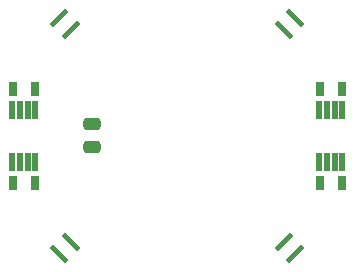
<source format=gbr>
%TF.GenerationSoftware,KiCad,Pcbnew,(7.0.0)*%
%TF.CreationDate,2024-02-03T20:32:24+01:00*%
%TF.ProjectId,Helios_rcv_01xx,48656c69-6f73-45f7-9263-765f30317878,rev?*%
%TF.SameCoordinates,PX9d5b340PY5f5e100*%
%TF.FileFunction,Paste,Top*%
%TF.FilePolarity,Positive*%
%FSLAX46Y46*%
G04 Gerber Fmt 4.6, Leading zero omitted, Abs format (unit mm)*
G04 Created by KiCad (PCBNEW (7.0.0)) date 2024-02-03 20:32:24*
%MOMM*%
%LPD*%
G01*
G04 APERTURE LIST*
G04 Aperture macros list*
%AMRoundRect*
0 Rectangle with rounded corners*
0 $1 Rounding radius*
0 $2 $3 $4 $5 $6 $7 $8 $9 X,Y pos of 4 corners*
0 Add a 4 corners polygon primitive as box body*
4,1,4,$2,$3,$4,$5,$6,$7,$8,$9,$2,$3,0*
0 Add four circle primitives for the rounded corners*
1,1,$1+$1,$2,$3*
1,1,$1+$1,$4,$5*
1,1,$1+$1,$6,$7*
1,1,$1+$1,$8,$9*
0 Add four rect primitives between the rounded corners*
20,1,$1+$1,$2,$3,$4,$5,0*
20,1,$1+$1,$4,$5,$6,$7,0*
20,1,$1+$1,$6,$7,$8,$9,0*
20,1,$1+$1,$8,$9,$2,$3,0*%
%AMRotRect*
0 Rectangle, with rotation*
0 The origin of the aperture is its center*
0 $1 length*
0 $2 width*
0 $3 Rotation angle, in degrees counterclockwise*
0 Add horizontal line*
21,1,$1,$2,0,0,$3*%
G04 Aperture macros list end*
%ADD10R,0.500000X1.500000*%
%ADD11RoundRect,0.250000X-0.475000X0.250000X-0.475000X-0.250000X0.475000X-0.250000X0.475000X0.250000X0*%
%ADD12R,0.700000X1.300000*%
%ADD13RotRect,1.900000X0.400000X225.000000*%
%ADD14RotRect,1.900000X0.400000X45.000000*%
%ADD15RotRect,1.900000X0.400000X315.000000*%
%ADD16RotRect,1.900000X0.400000X135.000000*%
G04 APERTURE END LIST*
D10*
%TO.C,U1*%
X12024999Y-2199999D03*
X12674999Y-2199999D03*
X13324999Y-2199999D03*
X13974999Y-2199999D03*
X13974999Y2199999D03*
X13324999Y2199999D03*
X12674999Y2199999D03*
X12024999Y2199999D03*
%TD*%
D11*
%TO.C,C1*%
X-7250000Y1000000D03*
X-7250000Y-900000D03*
%TD*%
D12*
%TO.C,R0*%
X-12049999Y3999999D03*
X-13949999Y3999999D03*
%TD*%
D13*
%TO.C,F2*%
X9994974Y-9994974D03*
X9005024Y-9005024D03*
%TD*%
D14*
%TO.C,F0*%
X-9994974Y9994974D03*
X-9005024Y9005024D03*
%TD*%
D12*
%TO.C,R3*%
X12049999Y3999999D03*
X13949999Y3999999D03*
%TD*%
D10*
%TO.C,U0*%
X-12024999Y2199999D03*
X-12674999Y2199999D03*
X-13324999Y2199999D03*
X-13974999Y2199999D03*
X-13974999Y-2199999D03*
X-13324999Y-2199999D03*
X-12674999Y-2199999D03*
X-12024999Y-2199999D03*
%TD*%
D15*
%TO.C,F3*%
X9994974Y9994974D03*
X9005024Y9005024D03*
%TD*%
D16*
%TO.C,F1*%
X-9994974Y-9994974D03*
X-9005024Y-9005024D03*
%TD*%
D12*
%TO.C,R2*%
X12049999Y-3999999D03*
X13949999Y-3999999D03*
%TD*%
%TO.C,R1*%
X-12049999Y-3999999D03*
X-13949999Y-3999999D03*
%TD*%
M02*

</source>
